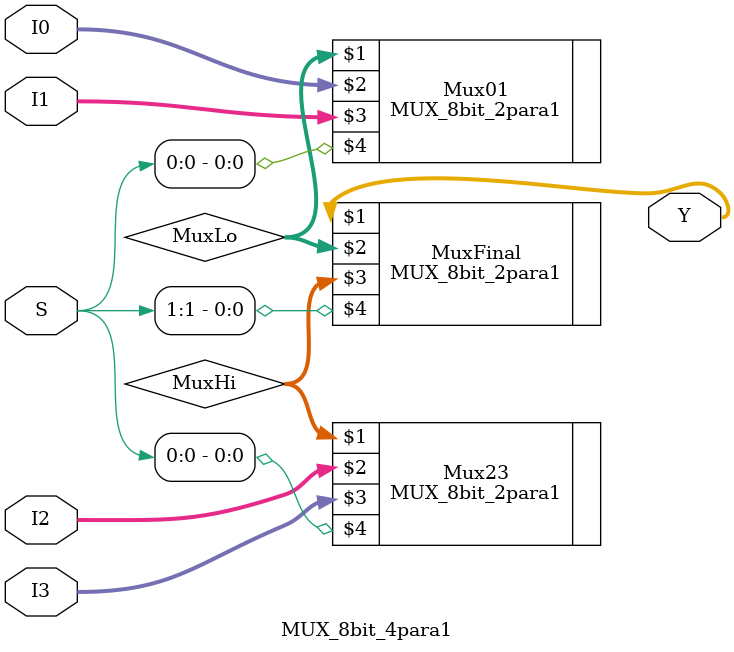
<source format=v>
module MUX_8bit_4para1(Y, I0, I1, I2, I3, S);
    output [7:0] Y;
    input  [7:0] I0, I1, I2, I3;
    input  [1:0] S;
    wire   [7:0] MuxLo, MuxHi;

    // Estágio 1
    MUX_8bit_2para1 Mux01(MuxLo, I0, I1, S[0]);
    MUX_8bit_2para1 Mux23(MuxHi, I2, I3, S[0]);
    // Estágio 2
    MUX_8bit_2para1 MuxFinal(Y, MuxLo, MuxHi, S[1]);
endmodule
</source>
